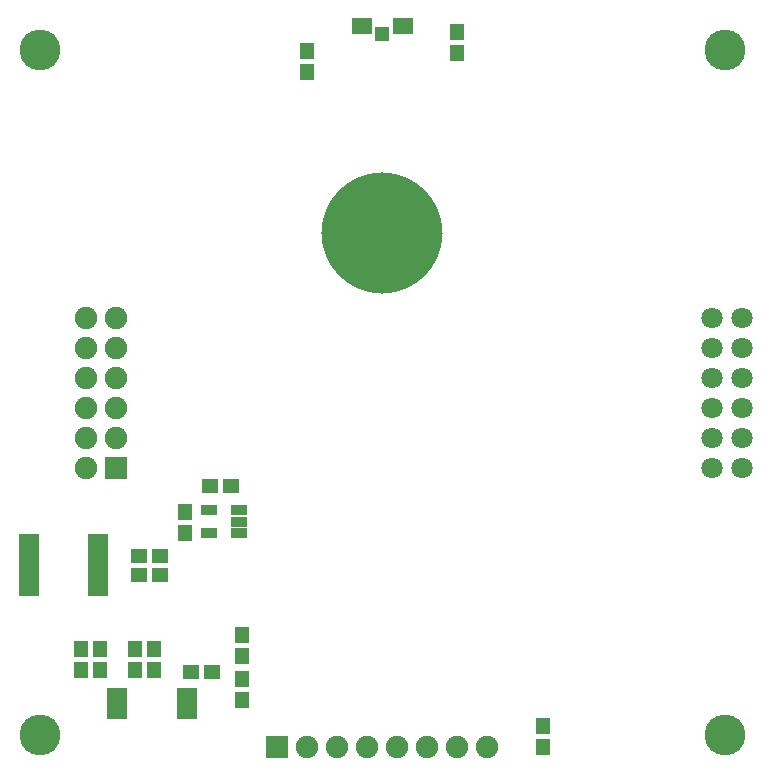
<source format=gbr>
G04 DesignSpark PCB PRO Gerber Version 10.0 Build 5299*
G04 #@! TF.Part,Single*
G04 #@! TF.FileFunction,Soldermask,Top*
G04 #@! TF.FilePolarity,Negative*
%FSLAX36Y36*%
%MOIN*%
G04 #@! TA.AperFunction,SMDPad,CuDef*
%ADD88R,0.04937X0.05291*%
%ADD107R,0.04543X0.04543*%
G04 #@! TA.AperFunction,ComponentPad*
%ADD84R,0.07496X0.07496*%
%ADD86C,0.07102*%
%ADD85C,0.07496*%
G04 #@! TA.AperFunction,SMDPad,CuDef*
%ADD108R,0.06807X0.02772*%
%ADD109R,0.05724X0.03362*%
G04 #@! TA.AperFunction,WasherPad*
%ADD82C,0.13598*%
G04 #@! TA.AperFunction,SMDPad,CuDef*
%ADD96R,0.05291X0.04937*%
%ADD106R,0.06906X0.05331*%
G04 #@! TA.AperFunction,ComponentPad*
%ADD116C,0.40370*%
G04 #@! TD.AperFunction*
X0Y0D02*
D02*
D82*
X279528Y240157D03*
Y2523622D03*
X2562992Y240157D03*
Y2523622D03*
D02*
D84*
X535433Y1131890D03*
X1070866Y200787D03*
D02*
D85*
X435433Y1131890D03*
Y1231890D03*
Y1331890D03*
Y1431890D03*
Y1531890D03*
Y1631890D03*
X535433Y1231890D03*
Y1331890D03*
Y1431890D03*
Y1531890D03*
Y1631890D03*
X1170866Y200787D03*
X1270866D03*
X1370866D03*
X1470866D03*
X1570866D03*
X1670866D03*
X1770866D03*
D02*
D86*
X2522047Y1131890D03*
Y1231890D03*
Y1331890D03*
Y1431890D03*
Y1531890D03*
Y1631890D03*
X2622047Y1131890D03*
Y1231890D03*
Y1331890D03*
Y1431890D03*
Y1531890D03*
Y1631890D03*
D02*
D88*
X417323Y457126D03*
Y527126D03*
X480315Y457126D03*
Y527126D03*
X598425Y457126D03*
Y527126D03*
X661417Y457126D03*
Y527126D03*
X763780Y913819D03*
Y983819D03*
X952756Y358701D03*
Y428701D03*
Y504370D03*
Y574370D03*
X1169291Y2453189D03*
Y2523189D03*
X1669291Y2516181D03*
Y2586181D03*
X1956693Y201220D03*
Y271220D03*
D02*
D96*
X610669Y775591D03*
Y838583D03*
X680669Y775591D03*
Y838583D03*
X783898Y452756D03*
X846890Y1070866D03*
X853898Y452756D03*
X916890Y1070866D03*
D02*
D106*
X1352362Y2604331D03*
X1490157D03*
D02*
D107*
X1421260Y2578740D03*
D02*
D108*
X242598Y717520D03*
Y743110D03*
Y768701D03*
Y794291D03*
Y819882D03*
Y845472D03*
Y871063D03*
Y896654D03*
X473937Y717520D03*
Y743110D03*
Y768701D03*
Y794291D03*
Y819882D03*
Y845472D03*
Y871063D03*
Y896654D03*
X537874Y308071D03*
Y333661D03*
Y359252D03*
Y384843D03*
X769213Y308071D03*
Y333661D03*
Y359252D03*
Y384843D03*
D02*
D109*
X844488Y915354D03*
Y990157D03*
X942913Y915354D03*
Y952756D03*
Y990157D03*
D02*
D116*
X1421260Y1915157D03*
X0Y0D02*
M02*

</source>
